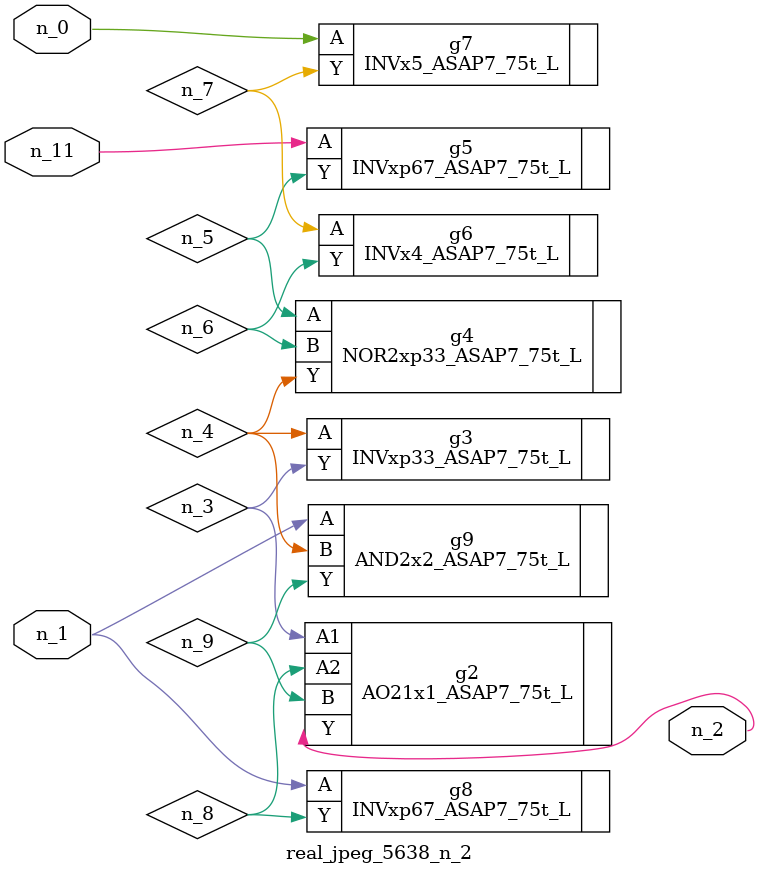
<source format=v>
module real_jpeg_5638_n_2 (n_1, n_11, n_0, n_2);

input n_1;
input n_11;
input n_0;

output n_2;

wire n_5;
wire n_8;
wire n_4;
wire n_6;
wire n_7;
wire n_3;
wire n_9;

INVx5_ASAP7_75t_L g7 ( 
.A(n_0),
.Y(n_7)
);

INVxp67_ASAP7_75t_L g8 ( 
.A(n_1),
.Y(n_8)
);

AND2x2_ASAP7_75t_L g9 ( 
.A(n_1),
.B(n_4),
.Y(n_9)
);

AO21x1_ASAP7_75t_L g2 ( 
.A1(n_3),
.A2(n_8),
.B(n_9),
.Y(n_2)
);

INVxp33_ASAP7_75t_L g3 ( 
.A(n_4),
.Y(n_3)
);

NOR2xp33_ASAP7_75t_L g4 ( 
.A(n_5),
.B(n_6),
.Y(n_4)
);

INVx4_ASAP7_75t_L g6 ( 
.A(n_7),
.Y(n_6)
);

INVxp67_ASAP7_75t_L g5 ( 
.A(n_11),
.Y(n_5)
);


endmodule
</source>
